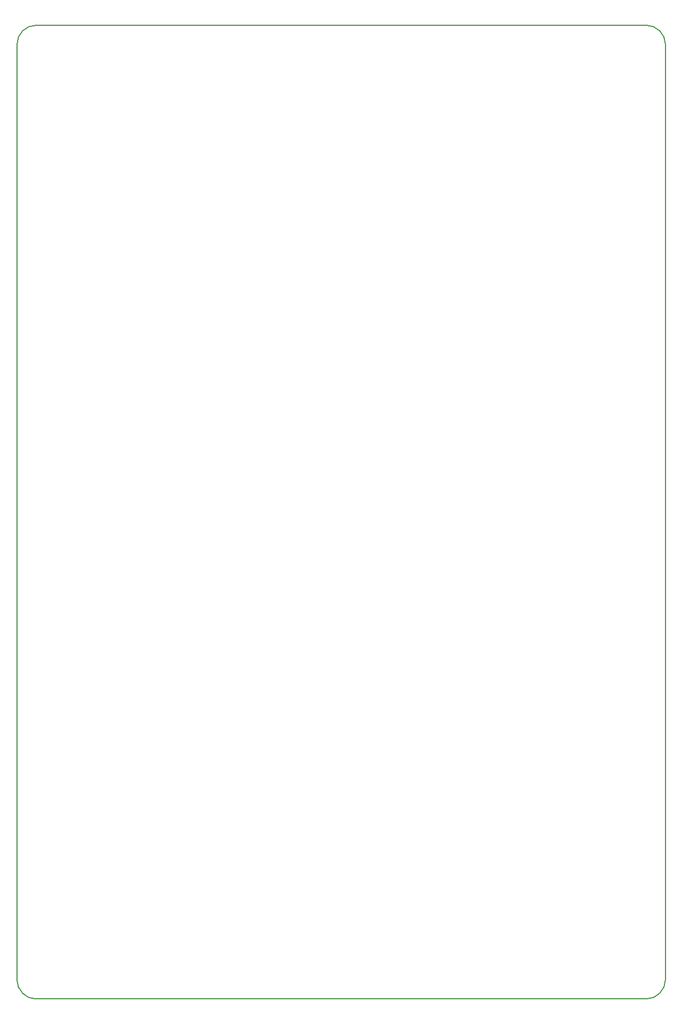
<source format=gbr>
G04 #@! TF.GenerationSoftware,KiCad,Pcbnew,5.1.8-db9833491~88~ubuntu18.04.1*
G04 #@! TF.CreationDate,2020-12-10T12:47:45+05:30*
G04 #@! TF.ProjectId,Permitme_main _sub_V1,5065726d-6974-46d6-955f-6d61696e205f,rev?*
G04 #@! TF.SameCoordinates,Original*
G04 #@! TF.FileFunction,Profile,NP*
%FSLAX46Y46*%
G04 Gerber Fmt 4.6, Leading zero omitted, Abs format (unit mm)*
G04 Created by KiCad (PCBNEW 5.1.8-db9833491~88~ubuntu18.04.1) date 2020-12-10 12:47:45*
%MOMM*%
%LPD*%
G01*
G04 APERTURE LIST*
G04 #@! TA.AperFunction,Profile*
%ADD10C,0.200000*%
G04 #@! TD*
G04 APERTURE END LIST*
D10*
X39260002Y-169460000D02*
G75*
G02*
X36260002Y-166460000I0J3000000D01*
G01*
X133260000Y-169460000D02*
X39260002Y-169460000D01*
X136260000Y-166460000D02*
G75*
G02*
X133260000Y-169460000I-3000000J0D01*
G01*
X136260000Y-22460000D02*
X136260000Y-166460000D01*
X133260000Y-19460001D02*
G75*
G02*
X136260000Y-22460001I0J-3000000D01*
G01*
X39260001Y-19460001D02*
X133260000Y-19460001D01*
X36260001Y-22460001D02*
G75*
G02*
X39260001Y-19460001I3000000J0D01*
G01*
X36260001Y-166460000D02*
X36260001Y-22460001D01*
M02*

</source>
